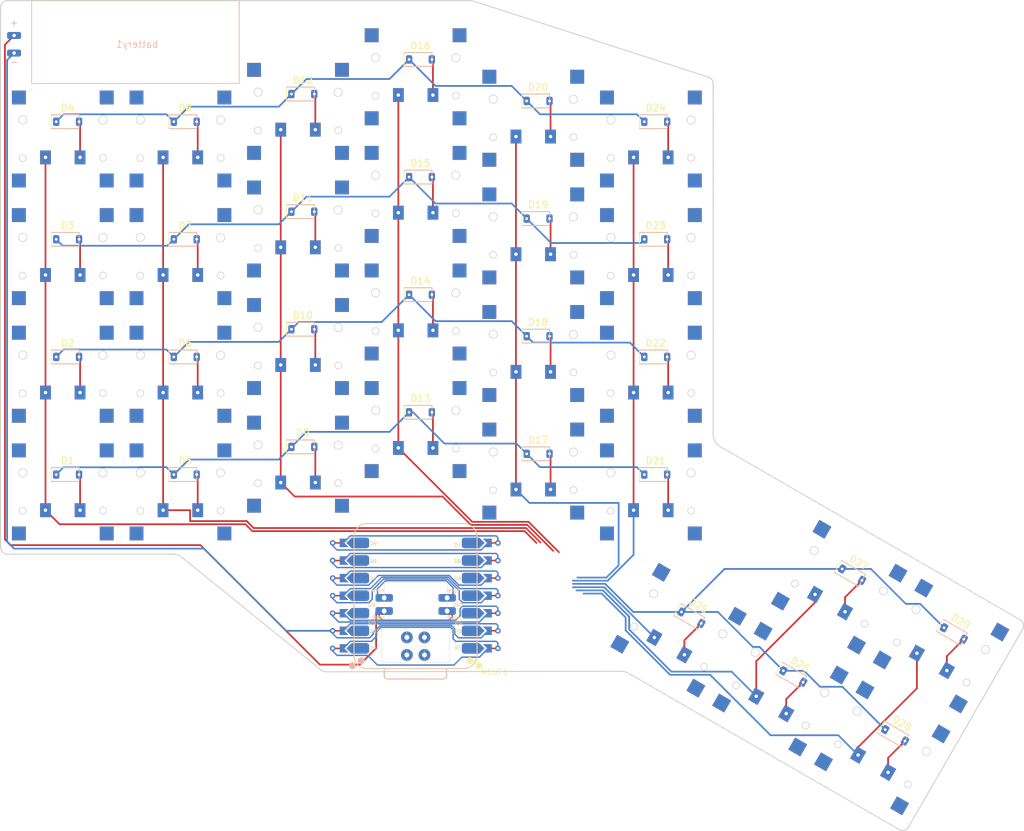
<source format=kicad_pcb>
(kicad_pcb (version 20240108) (generator "pcbnew") (generator_version "8.0")
  (title_block (title "wings") (date "2024-11-08") (rev "0.1") (company "lad1337"))
  (layers (0 "F.Cu" signal) (31 "B.Cu" signal) (34 "B.Paste" user) (35 "F.Paste" user) (36 "B.SilkS" user "B.Silkscreen") (37 "F.SilkS" user "F.Silkscreen") (38 "B.Mask" user) (39 "F.Mask" user) (44 "Edge.Cuts" user))
  (net 0 "")
  (net 1 "P0")
  (net 2 "outer_bottom")
  (net 3 "outer_home")
  (net 4 "outer_top")
  (net 5 "outer_numbers")
  (net 6 "P1")
  (net 7 "pinky_bottom")
  (net 8 "pinky_home")
  (net 9 "pinky_top")
  (net 10 "pinky_numbers")
  (net 11 "P2")
  (net 12 "ring_bottom")
  (net 13 "ring_home")
  (net 14 "ring_top")
  (net 15 "ring_numbers")
  (net 16 "P3")
  (net 17 "middle_bottom")
  (net 18 "middle_home")
  (net 19 "middle_top")
  (net 20 "middle_numbers")
  (net 21 "P4")
  (net 22 "index_bottom")
  (net 23 "index_home")
  (net 24 "index_top")
  (net 25 "index_numbers")
  (net 26 "P5")
  (net 27 "inner_bottom")
  (net 28 "inner_home")
  (net 29 "inner_top")
  (net 30 "inner_numbers")
  (net 31 "near_bottom")
  (net 32 "home_bottom")
  (net 33 "home_top")
  (net 34 "far_bottom")
  (net 35 "far_top")
  (net 36 "P6")
  (net 37 "P7")
  (net 38 "P8")
  (net 39 "P9")
  (net 40 "P10")
  (net 41 "3V3")
  (net 42 "GND")
  (net 43 "5V")
  (net 44 "VIN")
  (net 45 "SWCLK")
  (net 46 "SWDIO")
  (net 47 "RST")
  (footprint "lad1337:D_SOD-123-reversible" (layer "F.Cu") (at 185.7 97.5)
    (property "Reference" "D21")
    (property "Value" "")
  )
  (footprint "lad1337:CPG1316S01D02_reversible" (layer "F.Cu") (at 134 79)
    (property "Reference" "S10" (hide yes))
    (property "Value" "" (hide yes))
    (fp_circle (center -5.8 2.75) (end -5.3 2.75) (stroke (width 0.1)) (fill none) (layer "Edge.Cuts"))
    (fp_circle (center -5.781 -2.773) (end -6.381 -2.773) (stroke (width 0.1)) (fill none) (layer "Edge.Cuts"))
    (fp_circle (center 5.8 -2.75) (end 6.4 -2.75) (stroke (width 0.1)) (fill none) (layer "Edge.Cuts"))
    (fp_circle (center 5.819 2.727) (end 5.319 2.727) (stroke (width 0.1)) (fill none) (layer "Edge.Cuts"))
  )
  (footprint "lad1337:D_SOD-123-reversible" (layer "F.Cu") (at 168.7 60.5)
    (property "Reference" "D19")
    (property "Value" "")
  )
  (footprint "lad1337:CPG1316S01D02_reversible" (layer "F.Cu") (at 151 91)
    (property "Reference" "S13" (hide yes))
    (property "Value" "" (hide yes))
    (fp_circle (center -5.8 2.75) (end -5.3 2.75) (stroke (width 0.1)) (fill none) (layer "Edge.Cuts"))
    (fp_circle (center -5.781 -2.773) (end -6.381 -2.773) (stroke (width 0.1)) (fill none) (layer "Edge.Cuts"))
    (fp_circle (center 5.8 -2.75) (end 6.4 -2.75) (stroke (width 0.1)) (fill none) (layer "Edge.Cuts"))
    (fp_circle (center 5.819 2.727) (end 5.319 2.727) (stroke (width 0.1)) (fill none) (layer "Edge.Cuts"))
  )
  (footprint "lad1337:D_SOD-123-reversible" (layer "F.Cu") (at 100.7 97.5)
    (property "Reference" "D1")
    (property "Value" "")
  )
  (footprint "lad1337:D_SOD-123-reversible" (layer "F.Cu") (at 205.57865 126.684937 -30)
    (property "Reference" "D26")
    (property "Value" "")
  )
  (footprint "lad1337:D_SOD-123-reversible" (layer "F.Cu") (at 168.7 43.5)
    (property "Reference" "D20")
    (property "Value" "")
  )
  (footprint "lad1337:D_SOD-123-reversible" (layer "F.Cu") (at 134.7 42.5)
    (property "Reference" "D12")
    (property "Value" "")
  )
  (footprint "lad1337:D_SOD-123-reversible" (layer "F.Cu") (at 100.7 63.5)
    (property "Reference" "D3")
    (property "Value" "")
  )
  (footprint "lad1337:D_SOD-123-reversible" (layer "F.Cu") (at 134.7 93.5)
    (property "Reference" "D9")
    (property "Value" "")
  )
  (footprint "lad1337:D_SOD-123-reversible" (layer "F.Cu") (at 151.7 37.5)
    (property "Reference" "D16")
    (property "Value" "")
  )
  (footprint "lad1337:CPG1316S01D02_reversible" (layer "F.Cu") (at 185 100)
    (property "Reference" "S21" (hide yes))
    (property "Value" "" (hide yes))
    (fp_circle (center -5.8 2.75) (end -5.3 2.75) (stroke (width 0.1)) (fill none) (layer "Edge.Cuts"))
    (fp_circle (center -5.781 -2.773) (end -6.381 -2.773) (stroke (width 0.1)) (fill none) (layer "Edge.Cuts"))
    (fp_circle (center 5.8 -2.75) (end 6.4 -2.75) (stroke (width 0.1)) (fill none) (layer "Edge.Cuts"))
    (fp_circle (center 5.819 2.727) (end 5.319 2.727) (stroke (width 0.1)) (fill none) (layer "Edge.Cuts"))
  )
  (footprint "lad1337:CPG1316S01D02_reversible" (layer "F.Cu") (at 168 46)
    (property "Reference" "S20" (hide yes))
    (property "Value" "" (hide yes))
    (fp_circle (center -5.8 2.75) (end -5.3 2.75) (stroke (width 0.1)) (fill none) (layer "Edge.Cuts"))
    (fp_circle (center -5.781 -2.773) (end -6.381 -2.773) (stroke (width 0.1)) (fill none) (layer "Edge.Cuts"))
    (fp_circle (center 5.8 -2.75) (end 6.4 -2.75) (stroke (width 0.1)) (fill none) (layer "Edge.Cuts"))
    (fp_circle (center 5.819 2.727) (end 5.319 2.727) (stroke (width 0.1)) (fill none) (layer "Edge.Cuts"))
  )
  (footprint "lad1337:CPG1316S01D02_reversible" (layer "F.Cu") (at 168 63)
    (property "Reference" "S19" (hide yes))
    (property "Value" "" (hide yes))
    (fp_circle (center -5.8 2.75) (end -5.3 2.75) (stroke (width 0.1)) (fill none) (layer "Edge.Cuts"))
    (fp_circle (center -5.781 -2.773) (end -6.381 -2.773) (stroke (width 0.1)) (fill none) (layer "Edge.Cuts"))
    (fp_circle (center 5.8 -2.75) (end 6.4 -2.75) (stroke (width 0.1)) (fill none) (layer "Edge.Cuts"))
    (fp_circle (center 5.819 2.727) (end 5.319 2.727) (stroke (width 0.1)) (fill none) (layer "Edge.Cuts"))
  )
  (footprint "lad1337:CPG1316S01D02_reversible" (layer "F.Cu") (at 100 83)
    (property "Reference" "S2" (hide yes))
    (property "Value" "" (hide yes))
    (fp_circle (center -5.8 2.75) (end -5.3 2.75) (stroke (width 0.1)) (fill none) (layer "Edge.Cuts"))
    (fp_circle (center -5.781 -2.773) (end -6.381 -2.773) (stroke (width 0.1)) (fill none) (layer "Edge.Cuts"))
    (fp_circle (center 5.8 -2.75) (end 6.4 -2.75) (stroke (width 0.1)) (fill none) (layer "Edge.Cuts"))
    (fp_circle (center 5.819 2.727) (end 5.319 2.727) (stroke (width 0.1)) (fill none) (layer "Edge.Cuts"))
  )
  (footprint "lad1337:CPG1316S01D02_reversible" (layer "F.Cu") (at 117 49)
    (property "Reference" "S8" (hide yes))
    (property "Value" "" (hide yes))
    (fp_circle (center -5.8 2.75) (end -5.3 2.75) (stroke (width 0.1)) (fill none) (layer "Edge.Cuts"))
    (fp_circle (center -5.781 -2.773) (end -6.381 -2.773) (stroke (width 0.1)) (fill none) (layer "Edge.Cuts"))
    (fp_circle (center 5.8 -2.75) (end 6.4 -2.75) (stroke (width 0.1)) (fill none) (layer "Edge.Cuts"))
    (fp_circle (center 5.819 2.727) (end 5.319 2.727) (stroke (width 0.1)) (fill none) (layer "Edge.Cuts"))
  )
  (footprint "lad1337:CPG1316S01D02_reversible" (layer "F.Cu") (at 218.444864 137 -30)
    (property "Reference" "S28" (hide yes))
    (property "Value" "" (hide yes))
    (fp_circle (center -5.8 2.75) (end -5.3 2.75) (stroke (width 0.1)) (fill none) (layer "Edge.Cuts"))
    (fp_circle (center -5.781 -2.773) (end -6.381 -2.773) (stroke (width 0.1)) (fill none) (layer "Edge.Cuts"))
    (fp_circle (center 5.819 2.727) (end 5.319 2.727) (stroke (width 0.1)) (fill none) (layer "Edge.Cuts"))
    (fp_circle (center 5.8 -2.75) (end 6.4 -2.75) (stroke (width 0.1)) (fill none) (layer "Edge.Cuts"))
  )
  (footprint "lad1337:D_SOD-123-reversible" (layer "F.Cu") (at 151.7 71.5)
    (property "Reference" "D14")
    (property "Value" "")
  )
  (footprint "lad1337:D_SOD-123-reversible" (layer "F.Cu") (at 220.301081 135.184937 -30)
    (property "Reference" "D28")
    (property "Value" "")
  )
  (footprint "lad1337:D_SOD-123-reversible" (layer "F.Cu") (at 185.7 63.5)
    (property "Reference" "D23")
    (property "Value" "")
  )
  (footprint "lad1337:CPG1316S01D02_reversible" (layer "F.Cu") (at 100 49)
    (property "Reference" "S4" (hide yes))
    (property "Value" "" (hide yes))
    (fp_circle (center -5.8 2.75) (end -5.3 2.75) (stroke (width 0.1)) (fill none) (layer "Edge.Cuts"))
    (fp_circle (center -5.781 -2.773) (end -6.381 -2.773) (stroke (width 0.1)) (fill none) (layer "Edge.Cuts"))
    (fp_circle (center 5.8 -2.75) (end 6.4 -2.75) (stroke (width 0.1)) (fill none) (layer "Edge.Cuts"))
    (fp_circle (center 5.819 2.727) (end 5.319 2.727) (stroke (width 0.1)) (fill none) (layer "Edge.Cuts"))
  )
  (footprint "lad1337:CPG1316S01D02_reversible" (layer "F.Cu") (at 203.722432 128.5 -30)
    (property "Reference" "S26" (hide yes))
    (property "Value" "" (hide yes))
    (fp_circle (center -5.8 2.75) (end -5.3 2.75) (stroke (width 0.1)) (fill none) (layer "Edge.Cuts"))
    (fp_circle (center -5.781 -2.773) (end -6.381 -2.773) (stroke (width 0.1)) (fill none) (layer "Edge.Cuts"))
    (fp_circle (center 5.819 2.727) (end 5.319 2.727) (stroke (width 0.1)) (fill none) (layer "Edge.Cuts"))
    (fp_circle (center 5.8 -2.75) (end 6.4 -2.75) (stroke (width 0.1)) (fill none) (layer "Edge.Cuts"))
  )
  (footprint "lad1337:D_SOD-123-reversible" (layer "F.Cu") (at 117.7 97.5)
    (property "Reference" "D5")
    (property "Value" "")
  )
  (footprint "lad1337:D_SOD-123-reversible" (layer "F.Cu") (at 168.7 94.5)
    (property "Reference" "D17")
    (property "Value" "")
  )
  (footprint "lad1337:CPG1316S01D02_reversible" (layer "F.Cu") (at 117 66)
    (property "Reference" "S7" (hide yes))
    (property "Value" "" (hide yes))
    (fp_circle (center -5.8 2.75) (end -5.3 2.75) (stroke (width 0.1)) (fill none) (layer "Edge.Cuts"))
    (fp_circle (center -5.781 -2.773) (end -6.381 -2.773) (stroke (width 0.1)) (fill none) (layer "Edge.Cuts"))
    (fp_circle (center 5.8 -2.75) (end 6.4 -2.75) (stroke (width 0.1)) (fill none) (layer "Edge.Cuts"))
    (fp_circle (center 5.819 2.727) (end 5.319 2.727) (stroke (width 0.1)) (fill none) (layer "Edge.Cuts"))
  )
  (footprint "lad1337:D_SOD-123-reversible" (layer "F.Cu") (at 117.7 63.5)
    (property "Reference" "D7")
    (property "Value" "")
  )
  (footprint "lad1337:CPG1316S01D02_reversible" (layer "F.Cu") (at 100 66)
    (property "Reference" "S3" (hide yes))
    (property "Value" "" (hide yes))
    (fp_circle (center -5.8 2.75) (end -5.3 2.75) (stroke (width 0.1)) (fill none) (layer "Edge.Cuts"))
    (fp_circle (center -5.781 -2.773) (end -6.381 -2.773) (stroke (width 0.1)) (fill none) (layer "Edge.Cuts"))
    (fp_circle (center 5.8 -2.75) (end 6.4 -2.75) (stroke (width 0.1)) (fill none) (layer "Edge.Cuts"))
    (fp_circle (center 5.819 2.727) (end 5.319 2.727) (stroke (width 0.1)) (fill none) (layer "Edge.Cuts"))
  )
  (footprint "lad1337:CPG1316S01D02_reversible" (layer "F.Cu") (at 151 40)
    (property "Reference" "S16" (hide yes))
    (property "Value" "" (hide yes))
    (fp_circle (center -5.8 2.75) (end -5.3 2.75) (stroke (width 0.1)) (fill none) (layer "Edge.Cuts"))
    (fp_circle (center -5.781 -2.773) (end -6.381 -2.773) (stroke (width 0.1)) (fill none) (layer "Edge.Cuts"))
    (fp_circle (center 5.8 -2.75) (end 6.4 -2.75) (stroke (width 0.1)) (fill none) (layer "Edge.Cuts"))
    (fp_circle (center 5.819 2.727) (end 5.319 2.727) (stroke (width 0.1)) (fill none) (layer "Edge.Cuts"))
  )
  (footprint "lad1337:CPG1316S01D02_reversible" (layer "F.Cu") (at 212.222432 113.777568 -30)
    (property "Reference" "S27" (hide yes))
    (property "Value" "" (hide yes))
    (fp_circle (center -5.8 2.75) (end -5.3 2.75) (stroke (width 0.1)) (fill none) (layer "Edge.Cuts"))
    (fp_circle (center -5.781 -2.773) (end -6.381 -2.773) (stroke (width 0.1)) (fill none) (layer "Edge.Cuts"))
    (fp_circle (center 5.819 2.727) (end 5.319 2.727) (stroke (width 0.1)) (fill none) (layer "Edge.Cuts"))
    (fp_circle (center 5.8 -2.75) (end 6.4 -2.75) (stroke (width 0.1)) (fill none) (layer "Edge.Cuts"))
  )
  (footprint "lad1337:D_SOD-123-reversible" (layer "F.Cu") (at 151.7 54.5)
    (property "Reference" "D15")
    (property "Value" "")
  )
  (footprint "lad1337:CPG1316S01D02_reversible" (layer "F.Cu") (at 185 66)
    (property "Reference" "S23" (hide yes))
    (property "Value" "" (hide yes))
    (fp_circle (center -5.8 2.75) (end -5.3 2.75) (stroke (width 0.1)) (fill none) (layer "Edge.Cuts"))
    (fp_circle (center -5.781 -2.773) (end -6.381 -2.773) (stroke (width 0.1)) (fill none) (layer "Edge.Cuts"))
    (fp_circle (center 5.8 -2.75) (end 6.4 -2.75) (stroke (width 0.1)) (fill none) (layer "Edge.Cuts"))
    (fp_circle (center 5.819 2.727) (end 5.319 2.727) (stroke (width 0.1)) (fill none) (layer "Edge.Cuts"))
  )
  (footprint "lad1337:D_SOD-123-reversible" (layer "F.Cu") (at 134.7 59.5)
    (property "Reference" "D11")
    (property "Value" "")
  )
  (footprint "lad1337:D_SOD-123-reversible" (layer "F.Cu") (at 185.7 80.5)
    (property "Reference" "D22")
    (property "Value" "")
  )
  (footprint "lad1337:D_SOD-123-reversible" (layer "F.Cu") (at 134.7 76.5)
    (property "Reference" "D10")
    (property "Value" "")
  )
  (footprint "lad1337:D_SOD-123-reversible" (layer "F.Cu") (at 117.7 46.5)
    (property "Reference" "D8")
    (property "Value" "")
  )
  (footprint "lad1337:D_SOD-123-reversible" (layer "F.Cu") (at 168.7 77.5)
    (property "Reference" "D18")
    (property "Value" "")
  )
  (footprint "lad1337:D_SOD-123-reversible" (layer "F.Cu") (at 117.7 80.5)
    (property "Reference" "D6")
    (property "Value" "")
  )
  (footprint "lad1337:CPG1316S01D02_reversible" (layer "F.Cu") (at 168 80)
    (property "Reference" "S18" (hide yes))
    (property "Value" "" (hide yes))
    (fp_circle (center -5.8 2.75) (end -5.3 2.75) (stroke (width 0.1)) (fill none) (layer "Edge.Cuts"))
    (fp_circle (center -5.781 -2.773) (end -6.381 -2.773) (stroke (width 0.1)) (fill none) (layer "Edge.Cuts"))
    (fp_circle (center 5.8 -2.75) (end 6.4 -2.75) (stroke (width 0.1)) (fill none) (layer "Edge.Cuts"))
    (fp_circle (center 5.819 2.727) (end 5.319 2.727) (stroke (width 0.1)) (fill none) (layer "Edge.Cuts"))
  )
  (footprint "lad1337:CPG1316S01D02_reversible" (layer "F.Cu") (at 151 57)
    (property "Reference" "S15" (hide yes))
    (property "Value" "" (hide yes))
    (fp_circle (center -5.8 2.75) (end -5.3 2.75) (stroke (width 0.1)) (fill none) (layer "Edge.Cuts"))
    (fp_circle (center -5.781 -2.773) (end -6.381 -2.773) (stroke (width 0.1)) (fill none) (layer "Edge.Cuts"))
    (fp_circle (center 5.8 -2.75) (end 6.4 -2.75) (stroke (width 0.1)) (fill none) (layer "Edge.Cuts"))
    (fp_circle (center 5.819 2.727) (end 5.319 2.727) (stroke (width 0.1)) (fill none) (layer "Edge.Cuts"))
  )
  (footprint "lad1337:D_SOD-123-reversible" (layer "F.Cu") (at 100.7 80.5)
    (property "Reference" "D2")
    (property "Value" "")
  )
  (footprint "lad1337:CPG1316S01D02_reversible" (layer "F.Cu") (at 117 100)
    (property "Reference" "S5" (hide yes))
    (property "Value" "" (hide yes))
    (fp_circle (center -5.8 2.75) (end -5.3 2.75) (stroke (width 0.1)) (fill none) (layer "Edge.Cuts"))
    (fp_circle (center -5.781 -2.773) (end -6.381 -2.773) (stroke (width 0.1)) (fill none) (layer "Edge.Cuts"))
    (fp_circle (center 5.8 -2.75) (end 6.4 -2.75) (stroke (width 0.1)) (fill none) (layer "Edge.Cuts"))
    (fp_circle (center 5.819 2.727) (end 5.319 2.727) (stroke (width 0.1)) (fill none) (layer "Edge.Cuts"))
  )
  (footprint "lad1337:CPG1316S01D02_reversible" (layer "F.Cu") (at 151 74)
    (property "Reference" "S14" (hide yes))
    (property "Value" "" (hide yes))
    (fp_circle (center -5.8 2.75) (end -5.3 2.75) (stroke (width 0.1)) (fill none) (layer "Edge.Cuts"))
    (fp_circle (center -5.781 -2.773) (end -6.381 -2.773) (stroke (width 0.1)) (fill none) (layer "Edge.Cuts"))
    (fp_circle (center 5.8 -2.75) (end 6.4 -2.75) (stroke (width 0.1)) (fill none) (layer "Edge.Cuts"))
    (fp_circle (center 5.819 2.727) (end 5.319 2.727) (stroke (width 0.1)) (fill none) (layer "Edge.Cuts"))
  )
  (footprint "lad1337:D_SOD-123-reversible" (layer "F.Cu") (at 100.7 46.5)
    (property "Reference" "D4")
    (property "Value" "")
  )
  (footprint "lad1337:D_SOD-123-reversible" (layer "F.Cu") (at 185.7 46.5)
    (property "Reference" "D24")
    (property "Value" "")
  )
  (footprint "lad1337:D_SOD-123-reversible" (layer "F.Cu") (at 151.7 88.5)
    (property "Reference" "D13")
    (property "Value" "")
  )
  (footprint "lad1337:lipo-reversible" (layer "F.Cu") (at 95.504 39.116)
    (property "Reference" "battery1")
    (property "Value" "")
  )
  (footprint "lad1337:CPG1316S01D02_reversible" (layer "F.Cu") (at 100 100)
    (property "Reference" "S1" (hide yes))
    (property "Value" "" (hide yes))
    (fp_circle (center -5.8 2.75) (end -5.3 2.75) (stroke (width 0.1)) (fill none) (layer "Edge.Cuts"))
    (fp_circle (center -5.781 -2.773) (end -6.381 -2.773) (stroke (width 0.1)) (fill none) (layer "Edge.Cuts"))
    (fp_circle (center 5.8 -2.75) (end 6.4 -2.75) (stroke (width 0.1)) (fill none) (layer "Edge.Cuts"))
    (fp_circle (center 5.819 2.727) (end 5.319 2.727) (stroke (width 0.1)) (fill none) (layer "Edge.Cuts"))
  )
  (footprint "lad1337:CPG1316S01D02_reversible" (layer "F.Cu") (at 185 83)
    (property "Reference" "S22" (hide yes))
    (property "Value" "" (hide yes))
    (fp_circle (center -5.8 2.75) (end -5.3 2.75) (stroke (width 0.1)) (fill none) (layer "Edge.Cuts"))
    (fp_circle (center -5.781 -2.773) (end -6.381 -2.773) (stroke (width 0.1)) (fill none) (layer "Edge.Cuts"))
    (fp_circle (center 5.8 -2.75) (end 6.4 -2.75) (stroke (width 0.1)) (fill none) (layer "Edge.Cuts"))
    (fp_circle (center 5.819 2.727) (end 5.319 2.727) (stroke (width 0.1)) (fill none) (layer "Edge.Cuts"))
  )
  (footprint "lad1337:D_SOD-123-reversible" (layer "F.Cu") (at 190.856218 118.184937 -30)
    (property "Reference" "D25")
    (property "Value" "")
  )
  (footprint "lad1337:CPG1316S01D02_reversible" (layer "F.Cu") (at 168 97)
    (property "Reference" "S17" (hide yes))
    (property "Value" "" (hide yes))
    (fp_circle (center -5.8 2.75) (end -5.3 2.75) (stroke (width 0.1)) (fill none) (layer "Edge.Cuts"))
    (fp_circle (center -5.781 -2.773) (end -6.381 -2.773) (stroke (width 0.1)) (fill none) (layer "Edge.Cuts"))
    (fp_circle (center 5.8 -2.75) (end 6.4 -2.75) (stroke (width 0.1)) (fill none) (layer "Edge.Cuts"))
    (fp_circle (center 5.819 2.727) (end 5.319 2.727) (stroke (width 0.1)) (fill none) (layer "Edge.Cuts"))
  )
  (footprint "lad1337:D_SOD-123-reversible" (layer "F.Cu") (at 214.07865 111.962505 -30)
    (property "Reference" "D27")
    (property "Value" "")
  )
  (footprint "lad1337:CPG1316S01D02_reversible" (layer "F.Cu") (at 134 62)
    (property "Reference" "S11" (hide yes))
    (property "Value" "" (hide yes))
    (fp_circle (center -5.8 2.75) (end -5.3 2.75) (stroke (width 0.1)) (fill none) (layer "Edge.Cuts"))
    (fp_circle (center -5.781 -2.773) (end -6.381 -2.773) (stroke (width 0.1)) (fill none) (layer "Edge.Cuts"))
    (fp_circle (center 5.8 -2.75) (end 6.4 -2.75) (stroke (width 0.1)) (fill none) (layer "Edge.Cuts"))
    (fp_circle (center 5.819 2.727) (end 5.319 2.727) (stroke (width 0.1)) (fill none) (layer "Edge.Cuts"))
  )
  (footprint "lad1337:CPG1316S01D02_reversible" (layer "F.Cu") (at 185 49)
    (property "Reference" "S24" (hide yes))
    (property "Value" "" (hide yes))
    (fp_circle (center -5.8 2.75) (end -5.3 2.75) (stroke (width 0.1)) (fill none) (layer "Edge.Cuts"))
    (fp_circle (center -5.781 -2.773) (end -6.381 -2.773) (stroke (width 0.1)) (fill none) (layer "Edge.Cuts"))
    (fp_circle (center 5.8 -2.75) (end 6.4 -2.75) (stroke (width 0.1)) (fill none) (layer "Edge.Cuts"))
    (fp_circle (center 5.819 2.727) (end 5.319 2.727) (stroke (width 0.1)) (fill none) (layer "Edge.Cuts"))
  )
  (footprint "lad1337:CPG1316S01D02_reversible" (layer "F.Cu") (at 117 83)
    (property "Reference" "S6" (hide yes))
    (property "Value" "" (hide yes))
    (fp_circle (center -5.8 2.75) (end -5.3 2.75) (stroke (width 0.1)) (fill none) (layer "Edge.Cuts"))
    (fp_circle (center -5.781 -2.773) (end -6.381 -2.773) (stroke (width 0.1)) (fill none) (layer "Edge.Cuts"))
    (fp_circle (center 5.8 -2.75) (end 6.4 -2.75) (stroke (width 0.1)) (fill none) (layer "Edge.Cuts"))
    (fp_circle (center 5.819 2.727) (end 5.319 2.727) (stroke (width 0.1)) (fill none) (layer "Edge.Cuts"))
  )
  (footprint "lad1337:CPG1316S01D02_reversible" (layer "F.Cu") (at 134 45)
    (property "Reference" "S12" (hide yes))
    (property "Value" "" (hide yes))
    (fp_circle (center -5.8 2.75) (end -5.3 2.75) (stroke (width 0.1)) (fill none) (layer "Edge.Cuts"))
    (fp_circle (center -5.781 -2.773) (end -6.381 -2.773) (stroke (width 0.1)) (fill none) (layer "Edge.Cuts"))
    (fp_circle (center 5.8 -2.75) (end 6.4 -2.75) (stroke (width 0.1)) (fill none) (layer "Edge.Cuts"))
    (fp_circle (center 5.819 2.727) (end 5.319 2.727) (stroke (width 0.1)) (fill none) (layer "Edge.Cuts"))
  )
  (footprint "lad1337:CPG1316S01D02_reversible" (layer "F.Cu") (at 189 120 -30)
    (property "Reference" "S25" (hide yes))
    (property "Value" "" (hide yes))
    (fp_circle (center -5.8 2.75) (end -5.3 2.75) (stroke (width 0.1)) (fill none) (layer "Edge.Cuts"))
    (fp_circle (center -5.781 -2.773) (end -6.381 -2.773) (stroke (width 0.1)) (fill none) (layer "Edge.Cuts"))
    (fp_circle (center 5.819 2.727) (end 5.319 2.727) (stroke (width 0.1)) (fill none) (layer "Edge.Cuts"))
    (fp_circle (center 5.8 -2.75) (end 6.4 -2.75) (stroke (width 0.1)) (fill none) (layer "Edge.Cuts"))
  )
  (footprint "lad1337:CPG1316S01D02_reversible" (layer "F.Cu") (at 134 96)
    (property "Reference" "S9" (hide yes))
    (property "Value" "" (hide yes))
    (fp_circle (center -5.8 2.75) (end -5.3 2.75) (stroke (width 0.1)) (fill none) (layer "Edge.Cuts"))
    (fp_circle (center -5.781 -2.773) (end -6.381 -2.773) (stroke (width 0.1)) (fill none) (layer "Edge.Cuts"))
    (fp_circle (center 5.8 -2.75) (end 6.4 -2.75) (stroke (width 0.1)) (fill none) (layer "Edge.Cuts"))
    (fp_circle (center 5.819 2.727) (end 5.319 2.727) (stroke (width 0.1)) (fill none) (layer "Edge.Cuts"))
  )
  (footprint "lad1337:XIAO-nRF52840-SMD-reversible" (layer "F.Cu") (at 151 115 180)
    (property "Reference" "MCUF1")
    (property "Value" "")
    (fp_line (start 4.876 -9.398) (end 4.876 -5.08) (stroke (width 0.05)) (layer "Edge.Cuts"))
    (fp_line (start 4.55 -3.302) (end 4.55 1.6) (stroke (width 0.05)) (layer "Edge.Cuts"))
    (fp_line (start 4.55 -3.302) (end -4.55 -3.302) (stroke (width 0.05)) (layer "Edge.Cuts"))
    (fp_line (start 4.241 1.905) (end 4.55 1.6) (stroke (width 0.05)) (layer "Edge.Cuts"))
    (fp_line (start 1.2692 -4.826) (end 4.622 -4.826) (stroke (width 0.05)) (layer "Edge.Cuts"))
    (fp_line (start 1.2692 -9.652) (end 4.622 -9.652) (stroke (width 0.05)) (layer "Edge.Cuts"))
    (fp_line (start 1.2692 -9.652) (end 1.2692 -4.826) (stroke (width 0.05)) (layer "Edge.Cuts"))
    (fp_line (start -1.2708 -4.826) (end -4.6236 -4.826) (stroke (width 0.05)) (layer "Edge.Cuts"))
    (fp_line (start -1.2708 -9.652) (end -1.2708 -4.826) (stroke (width 0.05)) (layer "Edge.Cuts"))
    (fp_line (start -1.2708 -9.652) (end -4.6236 -9.652) (stroke (width 0.05)) (layer "Edge.Cuts"))
    (fp_line (start -4.241 1.905) (end 4.241 1.905) (stroke (width 0.05)) (layer "Edge.Cuts"))
    (fp_line (start -4.241 1.905) (end -4.55 1.6) (stroke (width 0.05)) (layer "Edge.Cuts"))
    (fp_line (start -4.55 -3.302) (end -4.55 1.6) (stroke (width 0.05)) (layer "Edge.Cuts"))
    (fp_line (start -4.8776 -9.398) (end -4.8776 -5.08) (stroke (width 0.05)) (layer "Edge.Cuts"))
    (fp_arc (start 4.876 -5.08) (mid 4.801605 -4.900395) (end 4.622 -4.826) (stroke (width 0.05)) (layer "Edge.Cuts"))
    (fp_arc (start 4.622 -9.652) (mid 4.801605 -9.577605) (end 4.876 -9.398) (stroke (width 0.05)) (layer "Edge.Cuts"))
    (fp_arc (start -4.6236 -4.826) (mid -4.803205 -4.900395) (end -4.8776 -5.08) (stroke (width 0.05)) (layer "Edge.Cuts"))
    (fp_arc (start -4.8776 -9.398) (mid -4.803205 -9.577605) (end -4.6236 -9.652) (stroke (width 0.05)) (layer "Edge.Cuts"))
  )
  (footprint "lad1337:CPG1316S01D02_reversible" (layer "F.Cu") (at 226.944864 122.277568 -30)
    (property "Reference" "S29" (hide yes))
    (property "Value" "" (hide yes))
    (fp_circle (center -5.8 2.75) (end -5.3 2.75) (stroke (width 0.1)) (fill none) (layer "Edge.Cuts"))
    (fp_circle (center -5.781 -2.773) (end -6.381 -2.773) (stroke (width 0.1)) (fill none) (layer "Edge.Cuts"))
    (fp_circle (center 5.819 2.727) (end 5.319 2.727) (stroke (width 0.1)) (fill none) (layer "Edge.Cuts"))
    (fp_circle (center 5.8 -2.75) (end 6.4 -2.75) (stroke (width 0.1)) (fill none) (layer "Edge.Cuts"))
  )
  (footprint "lad1337:D_SOD-123-reversible" (layer "F.Cu") (at 228.801081 120.462505 -30)
    (property "Reference" "D29")
    (property "Value" "")
  )
  (gr_line (start 194 40.999753) (end 194.012523 91.717561) (stroke (width 0.15)) (layer "Edge.Cuts"))
  (gr_arc (start 115.93791 109) (mid 116.605374 109.114667) (end 117.196306 109.44551) (stroke (width 0.15)) (layer "Edge.Cuts"))
  (gr_arc (start 222.239092 148.428203) (mid 221.63189 148.894105) (end 220.873067 148.794229) (stroke (width 0.15)) (layer "Edge.Cuts"))
  (gr_line (start 91 108) (end 91 30) (stroke (width 0.15)) (layer "Edge.Cuts"))
  (gr_line (start 238.739092 119.849365) (end 222.239092 148.428203) (stroke (width 0.15)) (layer "Edge.Cuts"))
  (gr_line (start 195.012523 93.449118) (end 238.373067 118.48334) (stroke (width 0.15)) (layer "Edge.Cuts"))
  (gr_arc (start 159 29) (mid 159.155813 29.012213) (end 159.30782 29.048556) (stroke (width 0.15)) (layer "Edge.Cuts"))
  (gr_arc (start 91 30) (mid 91.292893 29.292893) (end 92 29) (stroke (width 0.15)) (layer "Edge.Cuts"))
  (gr_line (start 115.93791 109) (end 92 109) (stroke (width 0.15)) (layer "Edge.Cuts"))
  (gr_arc (start 195.012523 93.449118) (mid 194.2806 92.717281) (end 194.012523 91.717561) (stroke (width 0.15)) (layer "Edge.Cuts"))
  (gr_arc (start 238.373067 118.48334) (mid 238.839031 119.090549) (end 238.739092 119.849365) (stroke (width 0.15)) (layer "Edge.Cuts"))
  (gr_line (start 92 29) (end 159 29) (stroke (width 0.15)) (layer "Edge.Cuts"))
  (gr_arc (start 180.731049 125.929532) (mid 181.250387 125.997264) (end 181.734347 126.197478) (stroke (width 0.15)) (layer "Edge.Cuts"))
  (gr_arc (start 193.30782 40.048556) (mid 193.808574 40.411606) (end 194 40.999753) (stroke (width 0.15)) (layer "Edge.Cuts"))
  (gr_arc (start 138.001649 125.999999) (mid 137.667045 125.942943) (end 137.370802 125.777245) (stroke (width 0.15)) (layer "Edge.Cuts"))
  (gr_line (start 137.370802 125.777245) (end 117.196306 109.44551) (stroke (width 0.15)) (layer "Edge.Cuts"))
  (gr_line (start 220.873067 148.794229) (end 181.734347 126.197478) (stroke (width 0.15)) (layer "Edge.Cuts"))
  (gr_line (start 180.731049 125.929532) (end 138.001649 125.999999) (stroke (width 0.15)) (layer "Edge.Cuts"))
  (gr_arc (start 92 109) (mid 91.292893 108.707107) (end 91 108) (stroke (width 0.15)) (layer "Edge.Cuts"))
  (gr_line (start 159.30782 29.048556) (end 193.30782 40.048556) (stroke (width 0.15)) (layer "Edge.Cuts"))
  (segment (start 97.5 102.65) (end 99.525 104.675) (width 0.25) (layer "F.Cu") (net 1))
  (segment (start 97.5 85.65) (end 97.5 68.65) (width 0.25) (layer "F.Cu") (net 1))
  (segment (start 97.5 68.65) (end 97.5 51.65) (width 0.25) (layer "F.Cu") (net 1))
  (segment (start 97.5 102.65) (end 97.5 85.65) (width 0.25) (layer "F.Cu") (net 1))
  (segment (start 99.525 104.675) (end 126.390604 104.675) (width 0.25) (layer "F.Cu") (net 1))
  (segment (start 166.757812 105.675) (end 168.463406 107.380594) (width 0.25) (layer "F.Cu") (net 1))
  (segment (start 126.390604 104.675) (end 127.390604 105.675) (width 0.25) (layer "F.Cu") (net 1))
  (segment (start 127.390604 105.675) (end 166.757812 105.675) (width 0.25) (layer "F.Cu") (net 1))
  (segment (start 102.5 102.65) (end 102.5 97.65) (width 0.25) (layer "F.Cu") (net 2))
  (segment (start 102.5 97.65) (end 102.35 97.5) (width 0.25) (layer "F.Cu") (net 2))
  (segment (start 102.5 80.65) (end 102.35 80.5) (width 0.25) (layer "F.Cu") (net 3))
  (segment (start 102.5 85.65) (end 102.5 80.65) (width 0.25) (layer "F.Cu") (net 3))
  (segment (start 102.5 63.65) (end 102.35 63.5) (width 0.25) (layer "F.Cu") (net 4))
  (segment (start 102.5 68.65) (end 102.5 63.65) (width 0.25) (layer "F.Cu") (net 4))
  (segment (start 102.5 51.65) (end 102.5 46.65) (width 0.25) (layer "F.Cu") (net 5))
  (segment (start 102.5 46.65) (end 102.35 46.5) (width 0.25) (layer "F.Cu") (net 5))
  (segment (start 166.944208 105.225) (end 169.035604 107.316396) (width 0.25) (layer "F.Cu") (net 6))
  (segment (start 118.4 104.225) (end 126.492 104.225) (width 0.25) (layer "F.Cu") (net 6))
  (segment (start 127.577 105.225) (end 166.116 105.225) (width 0.25) (layer "F.Cu") (net 6))
  (segment (start 114.5 85.65) (end 114.5 102.65) (width 0.25) (layer "F.Cu") (net 6))
  (segment (start 114.5 68.65) (end 114.5 85.65) (width 0.25) (layer "F.Cu") (net 6))
  (segment (start 114.5 51.65) (end 114.5 68.65) (width 0.25) (layer "F.Cu") (net 6))
  (segment (start 126.577 104.225) (end 127.577 105.225) (width 0.25) (layer "F.Cu") (net 6))
  (segment (start 214.9548 138.044967) (end 214.9548 136.890267) (width 0.25) (layer "F.Cu") (net 6))
  (segment (start 118.4 102.65) (end 118.4 104.225) (width 0.25) (layer "F.Cu") (net 6))
  (segment (start 223.4548 128.390267) (end 223.4548 123.322535) (width 0.25) (layer "F.Cu") (net 6))
  (segment (start 214.9548 136.890267) (end 223.4548 128.390267) (width 0.25) (layer "F.Cu") (net 6))
  (segment (start 114.5 102.65) (end 118.4 102.65) (width 0.25) (layer "F.Cu") (net 6))
  (segment (start 126.577 104.225) (end 126.840604 104.488604) (width 0.25) (layer "F.Cu") (net 6))
  (segment (start 166.116 105.225) (end 166.944208 105.225) (width 0.25) (layer "F.Cu") (net 6))
  (segment (start 126.492 104.225) (end 126.577 104.225) (width 0.25) (layer "F.Cu") (net 6))
  (segment (start 193.548 126.430026) (end 187.76963 126.430026) (width 0.25) (layer "B.Cu") (net 6))
  (segment (start 187.76963 126.430026) (end 181.356 120.016396) (width 0.25) (layer "B.Cu") (net 6))
  (segment (start 202.298101 135.180127) (end 193.548 126.430026) (width 0.25) (layer "B.Cu") (net 6))
  (segment (start 181.356 120.016396) (end 181.356 118.163823) (width 0.25) (layer "B.Cu") (net 6))
  (segment (start 212.08996 135.180127) (end 202.298101 135.180127) (width 0.25) (layer "B.Cu") (net 6))
  (segment (start 214.9548 138.044967) (end 212.08996 135.180127) (width 0.25) (layer "B.Cu") (net 6))
  (segment (start 181.356 118.163823) (end 177.884177 114.692) (width 0.25) (layer "B.Cu") (net 6))
  (segment (start 177.884177 114.692) (end 175.26 114.692) (width 0.25) (layer "B.Cu") (net 6))
  (segment (start 119.5 102.65) (end 119.5 97.65) (width 0.25) (layer "F.Cu") (net 7))
  (segment (start 119.5 97.65) (end 119.35 97.5) (width 0.25) (layer "F.Cu") (net 7))
  (segment (start 119.5 80.65) (end 119.35 80.5) (width 0.25) (layer "F.Cu") (net 8))
  (segment (start 119.5 85.65) (end 119.5 80.65) (width 0.25) (layer "F.Cu") (net 8))
  (segment (start 119.5 63.65) (end 119.35 63.5) (width 0.25) (layer "F.Cu") (net 9))
  (segment (start 119.5 68.65) (end 119.5 63.65) (width 0.25) (layer "F.Cu") (net 9))
  (segment (start 119.5 46.65) (end 119.35 46.5) (width 0.25) (layer "F.Cu") (net 10))
  (segment (start 119.5 51.65) (end 119.5 46.65) (width 0.25) (layer "F.Cu") (net 10))
  (segment (start 154.888604 100.675) (end 156.900802 102.687198) (width 0.25) (layer "F.Cu") (net 11))
  (segment (start 208.732368 115.977235) (end 200.232368 124.477235) (width 0.25) (layer "F.Cu") (net 11))
  (segment (start 131.5 64.65) (end 131.5 81.65) (width 0.25) (layer "F.Cu") (net 11))
  (segment (start 131.5 81.65) (end 131.5 98.65) (width 0.25) (layer "F.Cu") (net 11))
  (segment (start 158.988604 104.775) (end 166.624 104.775) (width 0.25) (layer "F.Cu") (net 11))
  (segment (start 131.5 47.65) (end 131.5 64.65) (width 0.25) (layer "F.Cu") (net 11))
  (segment (start 167.130604 104.775) (end 170.877802 108.522198) (width 0.25) (layer "F.Cu") (net 11))
  (segment (start 131.5 98.65) (end 131.474 98.65) (width 0.25) (layer "F.Cu") (net 11))
  (segment (start 208.732368 114.822535) (end 208.732368 115.977235) (width 0.25) (layer "F.Cu") (net 11))
  (segment (start 156.900802 102.687198) (end 158.988604 104.775) (width 0.25) (layer "F.Cu") (net 11))
  (segment (start 133.525 100.675) (end 154.888604 100.675) (width 0.25) (layer "F.Cu") (net 11))
  (segment (start 166.624 104.775) (end 167.130604 104.775) (width 0.25) (layer "F.Cu") (net 11))
  (segment (start 131.5 98.65) (end 133.525 100.675) (width 0.25) (layer "F.Cu") (net 11))
  (segment (start 200.232368 124.477235) (end 200.232368 129.544967) (width 0.25) (layer "F.Cu") (net 11))
  (segment (start 200.232368 129.544967) (end 196.667427 125.980026) (width 0.25) (layer "B.Cu") (net 11))
  (segment (start 196.667427 125.980026) (end 187.956026 125.980026) (width 0.25) (layer "B.Cu") (net 11))
  (segment (start 181.864 118.035427) (end 178.070573 114.242) (width 0.25) (layer "B.Cu") (net 11))
  (segment (start 181.864 118.364) (end 181.864 118.035427) (width 0.25) (layer "B.Cu") (net 11))
  (segment (start 178.070573 114.242) (end 174.244 114.242) (width 0.25) (layer "B.Cu") (net 11))
  (segment (start 187.956026 125.980026) (end 181.864 119.888) (width 0.25) (layer "B.Cu") (net 11))
  (segment (start 181.864 119.888) (end 181.864 118.364) (width 0.25) (layer "B.Cu") (net 11))
  (segment (start 136.5 93.65) (end 136.35 93.5) (width 0.25) (layer "F.Cu") (net 12))
  (segment (start 136.5 98.65) (end 136.5 93.65) (width 0.25) (layer "F.Cu") (net 12))
  (segment (start 136.5 81.65) (end 136.5 76.65) (width 0.25) (layer "F.Cu") (net 13))
  (segment (start 136.5 76.65) (end 136.35 76.5) (width 0.25) (layer "F.Cu") (net 13))
  (segment (start 136.5 64.65) (end 136.5 59.65) (width 0.25) (layer "F.Cu") (net 14))
  (segment (start 136.5 59.65) (end 136.35 59.5) (width 0.25) (layer "F.Cu") (net 14))
  (segment (start 136.5 47.65) (end 136.5 42.65) (width 0.25) (layer "F.Cu") (net 15))
  (segment (start 136.5 42.65) (end 136.35 42.5) (width 0.25) (layer "F.Cu") (net 15))
  (segment (start 148.5 93.65) (end 159.175 104.325) (width 0.25) (layer "F.Cu") (net 16))
  (segment (start 148.5 76.65) (end 148.5 93.65) (width 0.25) (layer "F.Cu") (net 16))
  (segment (start 167.317 104.325) (end 171.704 108.712) (width 0.25) (layer "F.Cu") (net 16))
  (segment (start 148.5 42.65) (end 148.5 59.65) (width 0.25) (layer "F.Cu") (net 16))
  (segment (start 159.175 104.325) (end 167.317 104.325) (width 0.25) (layer "F.Cu") (net 16))
  (segment (start 148.5 59.65) (end 148.5 76.65) (width 0.25) (layer "F.Cu") (net 16))
  (segment (start 178.256969 113.792) (end 173.736 113.792) (width 0.25) (layer "B.Cu") (net 16))
  (segment (start 185.509936 121.044967) (end 178.256969 113.792) (width 0.25) (layer "B.Cu") (net 16))
  (segment (start 153.5 88.65) (end 153.35 88.5) (width 0.25) (layer "F.Cu") (net 17))
  (segment (start 153.5 93.65) (end 153.5 88.65) (width 0.25) (layer "F.Cu") (net 17))
  (segment (start 153.5 71.65) (end 153.35 71.5) (width 0.25) (layer "F.Cu") (net 18))
  (segment (start 153.5 76.65) (end 153.5 71.65) (width 0.25) (layer "F.Cu") (net 18))
  (segment (start 153.5 59.65) (end 153.5 54.65) (width 0.25) (layer "F.Cu") (net 19))
  (segment (start 153.5 54.65) (end 153.35 54.5) (width 0.25) (layer "F.Cu") (net 19))
  (segment (start 153.5 42.65) (end 153.5 37.65) (width 0.25) (layer "F.Cu") (net 20))
  (segment (start 153.5 37.65) (end 153.35 37.5) (width 0.25) (layer "F.Cu") (net 20))
  (segment (start 182.5 68.65) (end 182.5 51.65) (width 0.25) (layer "F.Cu") (net 21))
  (segment (start 182.5 102.65) (end 182.5 85.65) (width 0.25) (layer "F.Cu") (net 21))
  (segment (start 182.5 85.65) (end 182.5 68.65) (width 0.25) (layer "F.Cu") (net 21))
  (segment (start 182.5 102.65) (end 182.5 109.092) (width 0.25) (layer "B.Cu") (net 21))
  (segment (start 178.816 112.776) (end 178.758 112.834) (width 0.25) (layer "B.Cu") (net 21))
  (segment (start 178.758 112.834) (end 173.736 112.834) (width 0.25) (layer "B.Cu") (net 21))
  (segment (start 182.406 102.65) (end 182.372 102.616) (width 0.25) (layer "B.Cu") (net 21))
  (segment (start 182.5 109.092) (end 178.816 112.776) (width 0.25) (layer "B.Cu") (net 21))
  (segment (start 170.5 94.65) (end 170.35 94.5) (width 0.25) (layer "F.Cu") (net 22))
  (segment (start 170.5 99.65) (end 170.5 94.65) (width 0.25) (layer "F.Cu") (net 22))
  (segment (start 170.5 82.65) (end 170.5 77.65) (width 0.25) (layer "F.Cu") (net 23))
  (segment (start 170.5 77.65) (end 170.35 77.5) (width 0.25) (layer "F.Cu") (net 23))
  (segment (start 170.5 65.65) (end 170.5 60.65) (width 0.25) (layer "F.Cu") (net 24))
  (segment (start 170.5 60.65) (end 170.35 60.5) (width 0.25) (layer "F.Cu") (net 24))
  (segment (start 170.5 48.65) (end 170.5 43.65) (width 0.25) (layer "F.Cu") (net 25))
  (segment (start 170.5 43.65) (end 170.35 43.5) (width 0.25) (layer "F.Cu") (net 25))
  (segment (start 165.5 82.65) (end 165.5 65.65) (width 0.25) (layer "F.Cu") (net 26))
  (segment (start 165.5 99.65) (end 165.5 82.65) (width 0.25) (layer "F.Cu") (net 26))
  (segment (start 165.5 65.65) (end 165.5 48.65) (width 0.25) (layer "F.Cu") (net 26))
  (segment (start 180.34 110.615604) (end 178.571604 112.384) (width 0.25) (layer "B.Cu") (net 26))
  (segment (start 180.34 101.6) (end 180.34 110.615604) (width 0.25) (layer "B.Cu") (net 26))
  (segment (start 167.45 101.6) (end 180.34 101.6) (width 0.25) (layer "B.Cu") (net 26))
  (segment (start 165.5 99.65) (end 167.45 101.6) (width 0.25) (layer "B.Cu") (net 26))
  (segment (start 178.571604 112.384) (end 174.36 112.384) (width 0.25) (layer "B.Cu") (net 26))
  (segment (start 187.5 102.65) (end 187.5 97.65) (width 0.25) (layer "F.Cu") (net 27))
  (segment (start 187.5 97.65) (end 187.35 97.5) (width 0.25) (layer "F.Cu") (net 27))
  (segment (start 187.5 85.65) (end 187.5 80.65) (width 0.25) (layer "F.Cu") (net 28))
  (segment (start 187.5 80.65) (end 187.35 80.5) (width 0.25) (layer "F.Cu") (net 28))
  (segment (start 187.5 63.65) (end 187.35 63.5) (width 0.25) (layer "F.Cu") (net 29))
  (segment (start 187.5 68.65) (end 187.5 63.65) (width 0.25) (layer "F.Cu") (net 29))
  (segment (start 187.5 46.65) (end 187.35 46.5) (width 0.25) (layer "F.Cu") (net 30))
  (segment (start 187.5 51.65) (end 187.5 46.65) (width 0.25) (layer "F.Cu") (net 30))
  (segment (start 189.840064 121.455033) (end 192.28516 119.009937) (width 0.25) (layer "F.Cu") (net 31))
  (segment (start 189.840064 123.544967) (end 189.840064 121.455033) (width 0.25) (layer "F.Cu") (net 31))
  (segment (start 204.562496 129.955033) (end 207.007592 127.509937) (width 0.25) (layer "F.Cu") (net 32))
  (segment (start 204.562496 132.044967) (end 204.562496 129.955033) (width 0.25) (layer "F.Cu") (net 32))
  (segment (start 213.062496 117.322535) (end 213.062496 115.232601) (width 0.25) (layer "F.Cu") (net 33))
  (segment (start 213.062496 115.232601) (end 215.507592 112.787505) (width 0.25) (layer "F.Cu") (net 33))
  (segment (start 219.284928 140.544967) (end 219.284928 138.455032) (width 0.25) (layer "F.Cu") (net 34))
  (segment (start 219.284928 138.455032) (end 221.730023 136.009937) (width 0.25) (layer "F.Cu") (net 34))
  (segment (start 227.784928 123.7326) (end 230.230023 121.287505) (width 0.25) (layer "F.Cu") (net 35))
  (segment (start 227.784928 125.822535) (end 227.784928 123.7326) (width 0.25) (layer "F.Cu") (net 35))
  (segment (start 116.05 97.5) (end 118.225 95.325) (width 0.25) (layer "B.Cu") (net 36))
  (segment (start 150.05 88.5) (end 150.644 88.5) (width 0.25) (layer "B.Cu") (net 36))
  (segment (start 147.225 91.325) (end 150.05 88.5) (width 0.25) (layer "B.Cu") (net 36))
  (segment (start 155.161321 93.017321) (end 165.567321 93.017321) (width 0.25) (layer "B.Cu") (net 36))
  (segment (start 99.05 97.5) (end 100.102433 96.447567) (width 0.25) (layer "B.Cu") (net 36))
  (segment (start 114.974567 96.424567) (end 116.05 97.5) (width 0.25) (layer "B.Cu") (net 36))
  (segment (start 135.225 91.325) (end 147.225 91.325) (width 0.25) (layer "B.Cu") (net 36))
  (segment (start 111.027519 96.447567) (end 111.113356 96.424567) (width 0.25) (layer "B.Cu") (net 36))
  (segment (start 111.113356 96.424567) (end 114.974567 96.424567) (width 0.25) (layer "B.Cu") (net 36))
  (segment (start 182.974567 96.424567) (end 184.05 97.5) (width 0.25) (layer "B.Cu") (net 36))
  (segment (start 118.225 95.325) (end 131.225 95.325) (width 0.25) (layer "B.Cu") (net 36))
  (segment (start 165.567321 93.017321) (end 167.05 94.5) (width 0.25) (layer "B.Cu") (net 36))
  (segment (start 167.05 94.5) (end 168.974567 96.424567) (width 0.25) (layer "B.Cu") (net 36))
  (segment (start 150.644 88.5) (end 155.161321 93.017321) (width 0.25) (layer "B.Cu") (net 36))
  (segment (start 168.974567 96.424567) (end 182.974567 96.424567) (width 0.25) (layer "B.Cu") (net 36))
  (segment (start 100.102433 96.447567) (end 111.027519 96.447567) (width 0.25) (layer "B.Cu") (net 36))
  (segment (start 131.225 95.325) (end 133.05 93.5) (width 0.25) (layer "B.Cu") (net 36))
  (segment (start 133.05 93.5) (end 135.225 91.325) (width 0.25) (layer "B.Cu") (net 36))
  (segment (start 167.975 78.425) (end 181.975 78.425) (width 0.25) (layer "B.Cu") (net 37))
  (segment (start 100.125433 79.424567) (end 114.974567 79.424567) (width 0.25) (layer "B.Cu") (net 37))
  (segment (start 99.05 80.5) (end 100.125433 79.424567) (width 0.25) (layer "B.Cu") (net 37))
  (segment (start 116.05 80.5) (end 118.225 78.325) (width 0.25) (layer "B.Cu") (net 37))
  (segment (start 133.05 76.5) (end 134.102433 75.447567) (width 0.25) (layer "B.Cu") (net 37))
  (segment (start 118.225 78.325) (end 131.225 78.325) (width 0.25) (layer "B.Cu") (net 37))
  (segment (start 181.975 78.425) (end 184.05 80.5) (width 0.25) (layer "B.Cu") (net 37))
  (segment (start 150.05 71.5) (end 153.875 75.325) (width 0.25) (layer "B.Cu") (net 37))
  (segment (start 134.102433 75.447567) (end 146.102433 75.447567) (width 0.25) (layer "B.Cu") (net 37))
  (segment (start 164.875 75.325) (end 167.05 77.5) (width 0.25) (layer "B.Cu") (net 37))
  (segment (start 167.05 77.5) (end 167.975 78.425) (width 0.25) (layer "B.Cu") (net 37))
  (segment (start 131.225 78.325) (end 133.05 76.5) (width 0.25) (layer "B.Cu") (net 37))
  (segment (start 114.974567 79.424567) (end 116.05 80.5) (width 0.25) (layer "B.Cu") (net 37))
  (segment (start 146.102433 75.447567) (end 150.05 71.5) (width 0.25) (layer "B.Cu") (net 37))
  (segment (start 153.875 75.325) (end 164.875 75.325) (width 0.25) (layer "B.Cu") (net 37))
  (segment (start 170.579433 64.029433) (end 183.520567 64.029433) (width 0.25) (layer "B.Cu") (net 38))
  (segment (start 99.975 64.425) (end 115.125 64.425) (width 0.25) (layer "B.Cu") (net 38))
  (segment (start 133.05 59.5) (end 135.225 57.325) (width 0.25) (layer "B.Cu") (net 38))
  (segment (start 150.05 54.5) (end 153.875 58.325) (width 0.25) (layer "B.Cu") (net 38))
  (segment (start 153.875 58.325) (end 164.875 58.325) (width 0.25) (layer "B.Cu") (net 38))
  (segment (start 147.225 57.325) (end 150.05 54.5) (width 0.25) (layer "B.Cu") (net 38))
  (segment (start 167.05 60.5) (end 170.579433 64.029433) (width 0.25) (layer "B.Cu") (net 38))
  (segment (start 115.125 64.425) (end 116.05 63.5) (width 0.25) (layer "B.Cu") (net 38))
  (segment (start 116.05 63.5) (end 118.225 61.325) (width 0.25) (layer "B.Cu") (net 38))
  (segment (start 183.520567 64.029433) (end 184.05 63.5) (width 0.25) (layer "B.Cu") (net 38))
  (segment (start 131.225 61.325) (end 133.05 59.5) (width 0.25) (layer "B.Cu") (net 38))
  (segment (start 164.875 58.325) (end 167.05 60.5) (width 0.25) (layer "B.Cu") (net 38))
  (segment (start 135.225 57.325) (end 147.225 57.325) (width 0.25) (layer "B.Cu") (net 38))
  (segment (start 99.05 63.5) (end 99.975 64.425) (width 0.25) (layer "B.Cu") (net 38))
  (segment (start 118.225 61.325) (end 131.225 61.325) (width 0.25) (layer "B.Cu") (net 38))
  (segment (start 153.875 41.325) (end 164.875 41.325) (width 0.25) (layer "B.Cu") (net 39))
  (segment (start 135.225 40.325) (end 147.225 40.325) (width 0.25) (layer "B.Cu") (net 39))
  (segment (start 182.974567 45.424567) (end 184.05 46.5) (width 0.25) (layer "B.Cu") (net 39))
  (segment (start 133.05 42.5) (end 135.225 40.325) (width 0.25) (layer "B.Cu") (net 39))
  (segment (start 100.125433 45.424567) (end 114.974567 45.424567) (width 0.25) (layer "B.Cu") (net 39))
  (segment (start 116.05 46.5) (end 118.225 44.325) (width 0.25) (layer "B.Cu") (net 39))
  (segment (start 118.225 44.325) (end 131.225 44.325) (width 0.25) (layer "B.Cu") (net 39))
  (segment (start 131.225 44.325) (end 133.05 42.5) (width 0.25) (layer "B.Cu") (net 39))
  (segment (start 150.05 37.5) (end 153.875 41.325) (width 0.25) (layer "B.Cu") (net 39))
  (segment (start 147.225 40.325) (end 150.05 37.5) (width 0.25) (layer "B.Cu") (net 39))
  (segment (start 114.974567 45.424567) (end 116.05 46.5) (width 0.25) (layer "B.Cu") (net 39))
  (segment (start 168.974567 45.424567) (end 182.974567 45.424567) (width 0.25) (layer "B.Cu") (net 39))
  (segment (start 99.05 46.5) (end 100.125433 45.424567) (width 0.25) (layer "B.Cu") (net 39))
  (segment (start 167.05 43.5) (end 168.974567 45.424567) (width 0.25) (layer "B.Cu") (net 39))
  (segment (start 164.875 41.325) (end 167.05 43.5) (width 0.25) (layer "B.Cu") (net 39))
  (segment (start 195.649708 111.137505) (end 189.427276 117.359937) (width 0.25) (layer "B.Cu") (net 40))
  (segment (start 207.139937 125.859937) (end 204.149708 125.859937) (width 0.25) (layer "B.Cu") (net 40))
  (segment (start 182.461302 117.359937) (end 178.385365 113.284) (width 0.25) (layer "B.Cu") (net 40))
  (segment (start 189.427276 117.359937) (end 194.68868 117.359937) (width 0.25) (layer "B.Cu") (net 40))
  (segment (start 212.682075 128.169873) (end 209.449873 128.169873) (width 0.25) (layer "B.Cu") (net 40))
  (segment (start 209.449873 128.169873) (end 207.139937 125.859937) (width 0.25) (layer "B.Cu") (net 40))
  (segment (start 212.649708 111.137505) (end 195.649708 111.137505) (width 0.25) (layer "B.Cu") (net 40))
  (segment (start 216.801505 111.137505) (end 212.649708 111.137505) (width 0.25) (layer "B.Cu") (net 40))
  (segment (start 200.69535 122.405579) (end 204.149708 125.859937) (width 0.25) (layer "B.Cu") (net 40))
  (segment (start 194.68868 117.359937) (end 199.734322 122.405579) (width 0.25) (layer "B.Cu") (net 40))
  (segment (start 199.734322 122.405579) (end 200.69535 122.405579) (width 0.25) (layer "B.Cu") (net 40))
  (segment (start 221.847147 116.183147) (end 216.801505 111.137505) (width 0.25) (layer "B.Cu") (net 40))
  (segment (start 218.872139 134.359937) (end 212.682075 128.169873) (width 0.25) (layer "B.Cu") (net 40))
  (segment (start 189.427276 117.359937) (end 182.461302 117.359937) (width 0.25) (layer "B.Cu") (net 40))
  (segment (start 178.385365 113.284) (end 173.736 113.284) (width 0.25) (layer "B.Cu") (net 40))
  (segment (start 227.372139 119.637505) (end 223.917781 116.183147) (width 0.25) (layer "B.Cu") (net 40))
  (segment (start 223.917781 116.183147) (end 221.847147 116.183147) (width 0.25) (layer "B.Cu") (net 40))
  (segment (start 91.948 107.188) (end 92.964 108.204) (width 0.25) (layer "B.Cu") (net 42))
  (segment (start 132.272 120.08) (end 139.012 120.08) (width 0.25) (layer "B.Cu") (net 42))
  (segment (start 92.964 108.204) (end 120.396 108.204) (width 0.25) (layer "B.Cu") (net 42))
  (segment (start 92.964 36.576) (end 91.948 37.592) (width 0.25) (layer "B.Cu") (net 42))
  (segment (start 91.948 37.592) (end 91.948 107.188) (width 0.25) (layer "B.Cu") (net 42))
  (segment (start 120.396 108.204) (end 132.272 120.08) (width 0.25) (layer "B.Cu") (net 42))
  (segment (start 142.920434 124.968) (end 145.288 122.600434) (width 0.25) (layer "F.Cu") (net 44))
  (segment (start 145.288 122.600434) (end 145.288 117.393959) (width 0.25) (layer "F.Cu") (net 44))
  (segment (start 137.16 124.968) (end 142.920434 124.968) (width 0.25) (layer "F.Cu") (net 44))
  (segment (start 91.639 35.361) (end 91.639 106.879) (width 0.25) (layer "F.Cu") (net 44))
  (segment (start 92.964 34.036) (end 91.639 35.361) (width 0.25) (layer "F.Cu") (net 44))
  (segment (start 146.3465 117.115) (end 146.45 117.2185) (width 0.25) (layer "F.Cu") (net 44))
  (segment (start 145.566959 117.115) (end 146.3465 117.115) (width 0.25) (layer "F.Cu") (net 44))
  (segment (start 119.888 107.696) (end 137.16 124.968) (width 0.25) (layer "F.Cu") (net 44))
  (segment (start 91.639 106.879) (end 92.456 107.696) (width 0.25) (layer "F.Cu") (net 44))
  (segment (start 92.456 107.696) (end 119.888 107.696) (width 0.25) (layer "F.Cu") (net 44))
  (segment (start 145.288 117.393959) (end 145.566959 117.115) (width 0.25) (layer "F.Cu") (net 44))
)
</source>
